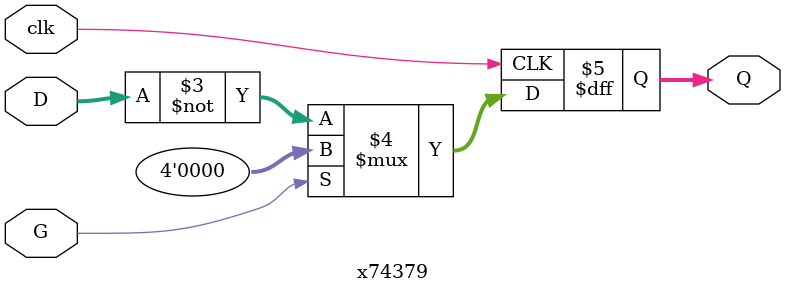
<source format=v>

module x74379 (
  input clk,
  input [3:0] D,
  output reg [3:0] Q,
  input G
);

//assign Q = ~G;

//assign Q = ~G ? r : 4'd0;
//reg [3:0] r;

always @(posedge clk)
  Q <= ~G ? ~D : 4'd0;

endmodule
</source>
